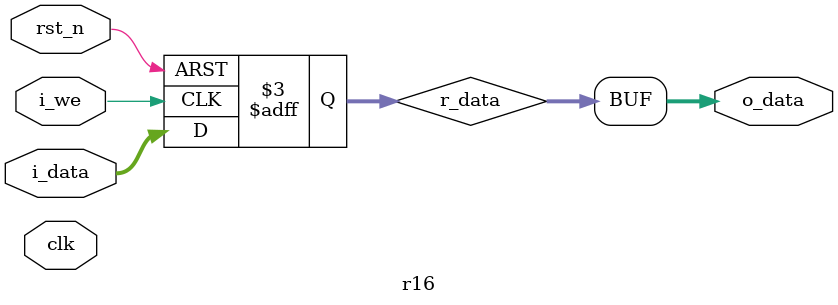
<source format=v>
`timescale 1ns / 1ps


module r16(
    input clk, rst_n, 
    input i_we,
    input [15:0] i_data,
    output wire [15:0] o_data
    );    
    
    // Registers
    reg [15:0] r_data;
    
    always @(posedge i_we or negedge  rst_n) begin
        if(!rst_n) begin
            r_data <= 16'h0000;
        end else begin      
            if(i_we) begin
                r_data <= i_data;
            end
        end
    end
    
    assign o_data = r_data;
endmodule



</source>
